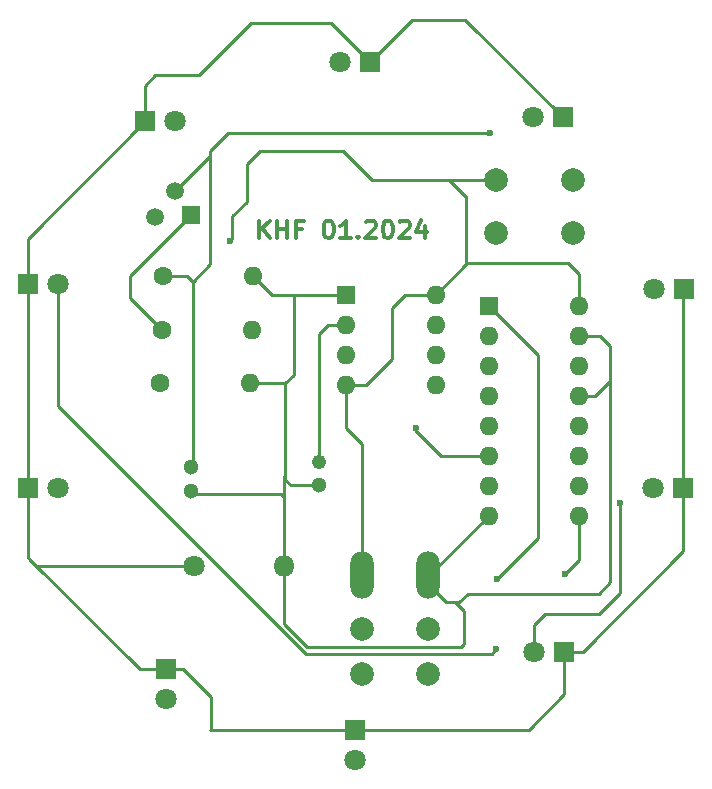
<source format=gbr>
%TF.GenerationSoftware,KiCad,Pcbnew,8.0.1*%
%TF.CreationDate,2024-04-02T10:16:43+02:00*%
%TF.ProjectId,GluecksraD,476c7565-636b-4737-9261-442e6b696361,rev?*%
%TF.SameCoordinates,Original*%
%TF.FileFunction,Copper,L1,Top*%
%TF.FilePolarity,Positive*%
%FSLAX46Y46*%
G04 Gerber Fmt 4.6, Leading zero omitted, Abs format (unit mm)*
G04 Created by KiCad (PCBNEW 8.0.1) date 2024-04-02 10:16:43*
%MOMM*%
%LPD*%
G01*
G04 APERTURE LIST*
%ADD10C,0.300000*%
%TA.AperFunction,NonConductor*%
%ADD11C,0.300000*%
%TD*%
%TA.AperFunction,ComponentPad*%
%ADD12C,1.230000*%
%TD*%
%TA.AperFunction,ComponentPad*%
%ADD13C,1.300000*%
%TD*%
%TA.AperFunction,ComponentPad*%
%ADD14C,1.600000*%
%TD*%
%TA.AperFunction,ComponentPad*%
%ADD15O,1.600000X1.600000*%
%TD*%
%TA.AperFunction,ComponentPad*%
%ADD16C,1.800000*%
%TD*%
%TA.AperFunction,ComponentPad*%
%ADD17O,1.800000X1.800000*%
%TD*%
%TA.AperFunction,ComponentPad*%
%ADD18O,2.000000X4.000000*%
%TD*%
%TA.AperFunction,ComponentPad*%
%ADD19R,1.600000X1.600000*%
%TD*%
%TA.AperFunction,ComponentPad*%
%ADD20C,2.000000*%
%TD*%
%TA.AperFunction,ComponentPad*%
%ADD21R,1.800000X1.800000*%
%TD*%
%TA.AperFunction,ComponentPad*%
%ADD22R,1.500000X1.500000*%
%TD*%
%TA.AperFunction,ComponentPad*%
%ADD23C,1.500000*%
%TD*%
%TA.AperFunction,ViaPad*%
%ADD24C,0.600000*%
%TD*%
%TA.AperFunction,Conductor*%
%ADD25C,0.250000*%
%TD*%
G04 APERTURE END LIST*
D10*
D11*
X64444510Y-61900828D02*
X64444510Y-60400828D01*
X65301653Y-61900828D02*
X64658796Y-61043685D01*
X65301653Y-60400828D02*
X64444510Y-61257971D01*
X65944510Y-61900828D02*
X65944510Y-60400828D01*
X65944510Y-61115114D02*
X66801653Y-61115114D01*
X66801653Y-61900828D02*
X66801653Y-60400828D01*
X68015939Y-61115114D02*
X67515939Y-61115114D01*
X67515939Y-61900828D02*
X67515939Y-60400828D01*
X67515939Y-60400828D02*
X68230225Y-60400828D01*
X70230225Y-60400828D02*
X70373082Y-60400828D01*
X70373082Y-60400828D02*
X70515939Y-60472257D01*
X70515939Y-60472257D02*
X70587368Y-60543685D01*
X70587368Y-60543685D02*
X70658796Y-60686542D01*
X70658796Y-60686542D02*
X70730225Y-60972257D01*
X70730225Y-60972257D02*
X70730225Y-61329400D01*
X70730225Y-61329400D02*
X70658796Y-61615114D01*
X70658796Y-61615114D02*
X70587368Y-61757971D01*
X70587368Y-61757971D02*
X70515939Y-61829400D01*
X70515939Y-61829400D02*
X70373082Y-61900828D01*
X70373082Y-61900828D02*
X70230225Y-61900828D01*
X70230225Y-61900828D02*
X70087368Y-61829400D01*
X70087368Y-61829400D02*
X70015939Y-61757971D01*
X70015939Y-61757971D02*
X69944510Y-61615114D01*
X69944510Y-61615114D02*
X69873082Y-61329400D01*
X69873082Y-61329400D02*
X69873082Y-60972257D01*
X69873082Y-60972257D02*
X69944510Y-60686542D01*
X69944510Y-60686542D02*
X70015939Y-60543685D01*
X70015939Y-60543685D02*
X70087368Y-60472257D01*
X70087368Y-60472257D02*
X70230225Y-60400828D01*
X72158796Y-61900828D02*
X71301653Y-61900828D01*
X71730224Y-61900828D02*
X71730224Y-60400828D01*
X71730224Y-60400828D02*
X71587367Y-60615114D01*
X71587367Y-60615114D02*
X71444510Y-60757971D01*
X71444510Y-60757971D02*
X71301653Y-60829400D01*
X72801652Y-61757971D02*
X72873081Y-61829400D01*
X72873081Y-61829400D02*
X72801652Y-61900828D01*
X72801652Y-61900828D02*
X72730224Y-61829400D01*
X72730224Y-61829400D02*
X72801652Y-61757971D01*
X72801652Y-61757971D02*
X72801652Y-61900828D01*
X73444510Y-60543685D02*
X73515938Y-60472257D01*
X73515938Y-60472257D02*
X73658796Y-60400828D01*
X73658796Y-60400828D02*
X74015938Y-60400828D01*
X74015938Y-60400828D02*
X74158796Y-60472257D01*
X74158796Y-60472257D02*
X74230224Y-60543685D01*
X74230224Y-60543685D02*
X74301653Y-60686542D01*
X74301653Y-60686542D02*
X74301653Y-60829400D01*
X74301653Y-60829400D02*
X74230224Y-61043685D01*
X74230224Y-61043685D02*
X73373081Y-61900828D01*
X73373081Y-61900828D02*
X74301653Y-61900828D01*
X75230224Y-60400828D02*
X75373081Y-60400828D01*
X75373081Y-60400828D02*
X75515938Y-60472257D01*
X75515938Y-60472257D02*
X75587367Y-60543685D01*
X75587367Y-60543685D02*
X75658795Y-60686542D01*
X75658795Y-60686542D02*
X75730224Y-60972257D01*
X75730224Y-60972257D02*
X75730224Y-61329400D01*
X75730224Y-61329400D02*
X75658795Y-61615114D01*
X75658795Y-61615114D02*
X75587367Y-61757971D01*
X75587367Y-61757971D02*
X75515938Y-61829400D01*
X75515938Y-61829400D02*
X75373081Y-61900828D01*
X75373081Y-61900828D02*
X75230224Y-61900828D01*
X75230224Y-61900828D02*
X75087367Y-61829400D01*
X75087367Y-61829400D02*
X75015938Y-61757971D01*
X75015938Y-61757971D02*
X74944509Y-61615114D01*
X74944509Y-61615114D02*
X74873081Y-61329400D01*
X74873081Y-61329400D02*
X74873081Y-60972257D01*
X74873081Y-60972257D02*
X74944509Y-60686542D01*
X74944509Y-60686542D02*
X75015938Y-60543685D01*
X75015938Y-60543685D02*
X75087367Y-60472257D01*
X75087367Y-60472257D02*
X75230224Y-60400828D01*
X76301652Y-60543685D02*
X76373080Y-60472257D01*
X76373080Y-60472257D02*
X76515938Y-60400828D01*
X76515938Y-60400828D02*
X76873080Y-60400828D01*
X76873080Y-60400828D02*
X77015938Y-60472257D01*
X77015938Y-60472257D02*
X77087366Y-60543685D01*
X77087366Y-60543685D02*
X77158795Y-60686542D01*
X77158795Y-60686542D02*
X77158795Y-60829400D01*
X77158795Y-60829400D02*
X77087366Y-61043685D01*
X77087366Y-61043685D02*
X76230223Y-61900828D01*
X76230223Y-61900828D02*
X77158795Y-61900828D01*
X78444509Y-60900828D02*
X78444509Y-61900828D01*
X78087366Y-60329400D02*
X77730223Y-61400828D01*
X77730223Y-61400828D02*
X78658794Y-61400828D01*
D12*
%TO.P,C1,1*%
%TO.N,Net-(C1-Pad1)*%
X69470000Y-80830000D03*
D13*
%TO.P,C1,2*%
%TO.N,Net-(C1-Pad2)*%
X69470000Y-82830000D03*
%TD*%
D14*
%TO.P,R2,1*%
%TO.N,Net-(Q1-Pad1)*%
X56160000Y-69640000D03*
D15*
%TO.P,R2,2*%
%TO.N,Net-(C1-Pad1)*%
X63780000Y-69640000D03*
%TD*%
D14*
%TO.P,R3,1*%
%TO.N,Net-(C1-Pad1)*%
X56050000Y-74190000D03*
D15*
%TO.P,R3,2*%
%TO.N,Net-(C1-Pad2)*%
X63670000Y-74190000D03*
%TD*%
D16*
%TO.P,R4,1*%
%TO.N,Net-(D10-Pad1)*%
X58890000Y-89650000D03*
D17*
%TO.P,R4,2*%
%TO.N,Net-(C1-Pad2)*%
X66510000Y-89650000D03*
%TD*%
D18*
%TO.P,+9V,1*%
%TO.N,Net-(Q1-Pad3)*%
X73120000Y-90424000D03*
%TD*%
D19*
%TO.P,U2,1*%
%TO.N,Net-(C1-Pad2)*%
X71740000Y-66690000D03*
D15*
%TO.P,U2,2*%
%TO.N,Net-(C1-Pad1)*%
X71740000Y-69230000D03*
%TO.P,U2,3*%
%TO.N,Net-(U2-Pad3)*%
X71740000Y-71770000D03*
%TO.P,U2,4*%
%TO.N,Net-(Q1-Pad3)*%
X71740000Y-74310000D03*
%TO.P,U2,5*%
%TO.N,Net-(U2-Pad5)*%
X79360000Y-74310000D03*
%TO.P,U2,6*%
%TO.N,Net-(C1-Pad1)*%
X79360000Y-71770000D03*
%TO.P,U2,7*%
X79360000Y-69230000D03*
%TO.P,U2,8*%
%TO.N,Net-(Q1-Pad3)*%
X79360000Y-66690000D03*
%TD*%
D19*
%TO.P,U3,1*%
%TO.N,Net-(D6-Pad2)*%
X83845001Y-67615001D03*
D15*
%TO.P,U3,2*%
%TO.N,Net-(D2-Pad2)*%
X83845001Y-70155001D03*
%TO.P,U3,3*%
%TO.N,Net-(D1-Pad2)*%
X83845001Y-72695001D03*
%TO.P,U3,4*%
%TO.N,Net-(D3-Pad2)*%
X83845001Y-75235001D03*
%TO.P,U3,5*%
%TO.N,Net-(D7-Pad2)*%
X83845001Y-77775001D03*
%TO.P,U3,6*%
%TO.N,Net-(D8-Pad2)*%
X83845001Y-80315001D03*
%TO.P,U3,7*%
%TO.N,Net-(D4-Pad2)*%
X83845001Y-82855001D03*
%TO.P,U3,8*%
%TO.N,Net-(C1-Pad2)*%
X83845001Y-85395001D03*
%TO.P,U3,9*%
%TO.N,Net-(D9-Pad2)*%
X91465001Y-85395001D03*
%TO.P,U3,10*%
%TO.N,Net-(D5-Pad2)*%
X91465001Y-82855001D03*
%TO.P,U3,11*%
%TO.N,Net-(D10-Pad2)*%
X91465001Y-80315001D03*
%TO.P,U3,12*%
%TO.N,Net-(U3-Pad12)*%
X91465001Y-77775001D03*
%TO.P,U3,13*%
%TO.N,Net-(C1-Pad2)*%
X91465001Y-75235001D03*
%TO.P,U3,14*%
%TO.N,Net-(U2-Pad3)*%
X91465001Y-72695001D03*
%TO.P,U3,15*%
%TO.N,Net-(C1-Pad2)*%
X91465001Y-70155001D03*
%TO.P,U3,16*%
%TO.N,Net-(Q1-Pad3)*%
X91465001Y-67615001D03*
%TD*%
D18*
%TO.P,0V,1*%
%TO.N,Net-(C1-Pad2)*%
X78740000Y-90424000D03*
%TD*%
D20*
%TO.P,S1,1*%
%TO.N,Net-(Q1-Pad3)*%
X84500000Y-57000000D03*
%TO.N,N/C*%
X91000000Y-57000000D03*
%TO.P,S1,2*%
%TO.N,Net-(C2-Pad1)*%
X84500000Y-61500000D03*
%TO.N,N/C*%
X91000000Y-61500000D03*
%TD*%
D13*
%TO.P,C2,1*%
%TO.N,Net-(C2-Pad1)*%
X58674000Y-81280000D03*
%TO.P,C2,2*%
%TO.N,Net-(C1-Pad2)*%
X58674000Y-83280000D03*
%TD*%
D20*
%TO.P,LP,1*%
%TO.N,N/C*%
X73152000Y-98806000D03*
%TD*%
%TO.P,LP,1*%
%TO.N,N/C*%
X78740000Y-98806000D03*
%TD*%
%TO.P,LP,1*%
%TO.N,N/C*%
X78740000Y-94996000D03*
%TD*%
D14*
%TO.P,R1,1*%
%TO.N,Net-(C2-Pad1)*%
X56280000Y-65090000D03*
D15*
%TO.P,R1,2*%
%TO.N,Net-(C1-Pad2)*%
X63900000Y-65090000D03*
%TD*%
D20*
%TO.P,LP,1*%
%TO.N,N/C*%
X73152000Y-94996000D03*
%TD*%
D21*
%TO.P,1,1*%
%TO.N,Net-(D10-Pad1)*%
X73830000Y-46940000D03*
D16*
%TO.P,1,2*%
%TO.N,Net-(D1-Pad2)*%
X71290000Y-46940000D03*
%TD*%
D21*
%TO.P,2,1*%
%TO.N,Net-(D10-Pad1)*%
X90110000Y-51670000D03*
D16*
%TO.P,2,2*%
%TO.N,Net-(D2-Pad2)*%
X87570000Y-51670000D03*
%TD*%
D21*
%TO.P,3,1*%
%TO.N,Net-(D10-Pad1)*%
X100410000Y-66210000D03*
D16*
%TO.P,3,2*%
%TO.N,Net-(D3-Pad2)*%
X97870000Y-66210000D03*
%TD*%
D21*
%TO.P,4,1*%
%TO.N,Net-(D10-Pad1)*%
X100320000Y-83050000D03*
D16*
%TO.P,4,2*%
%TO.N,Net-(D4-Pad2)*%
X97780000Y-83050000D03*
%TD*%
D21*
%TO.P,5,1*%
%TO.N,Net-(D10-Pad1)*%
X90260000Y-96920000D03*
D16*
%TO.P,5,2*%
%TO.N,Net-(D5-Pad2)*%
X87720000Y-96920000D03*
%TD*%
D21*
%TO.P,6,1*%
%TO.N,Net-(D10-Pad1)*%
X72490000Y-103500000D03*
D16*
%TO.P,6,2*%
%TO.N,Net-(D6-Pad2)*%
X72490000Y-106040000D03*
%TD*%
D21*
%TO.P,7,1*%
%TO.N,Net-(D10-Pad1)*%
X56570000Y-98410000D03*
D16*
%TO.P,7,2*%
%TO.N,Net-(D7-Pad2)*%
X56570000Y-100950000D03*
%TD*%
D21*
%TO.P,8,1*%
%TO.N,Net-(D10-Pad1)*%
X44810000Y-83090000D03*
D16*
%TO.P,8,2*%
%TO.N,Net-(D8-Pad2)*%
X47350000Y-83090000D03*
%TD*%
D21*
%TO.P,9,1*%
%TO.N,Net-(D10-Pad1)*%
X44810000Y-65800000D03*
D16*
%TO.P,9,2*%
%TO.N,Net-(D9-Pad2)*%
X47350000Y-65800000D03*
%TD*%
D21*
%TO.P,10,1*%
%TO.N,Net-(D10-Pad1)*%
X54760000Y-51990000D03*
D16*
%TO.P,10,2*%
%TO.N,Net-(D10-Pad2)*%
X57300000Y-51990000D03*
%TD*%
D22*
%TO.P,REF\u002A\u002A,1*%
%TO.N,Net-(Q1-Pad1)*%
X58677000Y-59961000D03*
D23*
%TO.P,REF\u002A\u002A,2*%
%TO.N,Net-(C2-Pad1)*%
X57280000Y-57929000D03*
%TO.P,REF\u002A\u002A,3*%
%TO.N,Net-(Q1-Pad3)*%
X55629000Y-60088000D03*
%TD*%
D24*
%TO.N,Net-(C2-Pad1)*%
X84000000Y-53000000D03*
%TO.N,Net-(D5-Pad2)*%
X94996000Y-84328000D03*
%TO.N,Net-(D6-Pad2)*%
X84550000Y-90750000D03*
%TO.N,Net-(D8-Pad2)*%
X77700000Y-77980000D03*
%TO.N,Net-(D9-Pad2)*%
X90310000Y-90320000D03*
X84500000Y-96720000D03*
%TO.N,Net-(Q1-Pad3)*%
X61970000Y-62100000D03*
%TD*%
D25*
%TO.N,Net-(C1-Pad1)*%
X69470000Y-69990000D02*
X69470000Y-80830000D01*
X70230000Y-69230000D02*
X69470000Y-69990000D01*
X71740000Y-69230000D02*
X70230000Y-69230000D01*
%TO.N,Net-(C1-Pad2)*%
X66510000Y-94600000D02*
X66510000Y-89650000D01*
X66510000Y-94600000D02*
X68430000Y-96520000D01*
X66510000Y-89650000D02*
X66510000Y-83780000D01*
X71740000Y-66690000D02*
X67340000Y-66690000D01*
X66510000Y-82080000D02*
X66630000Y-81960000D01*
X76708000Y-96520000D02*
X68430000Y-96520000D01*
X94120000Y-71040000D02*
X94120000Y-74000000D01*
X76708000Y-96520000D02*
X81534000Y-96520000D01*
X78740000Y-90500002D02*
X83845001Y-85395001D01*
X81534000Y-96520000D02*
X81788000Y-96266000D01*
X76962000Y-96520000D02*
X76708000Y-96520000D01*
X66510000Y-83780000D02*
X66510000Y-82080000D01*
X66290000Y-83560000D02*
X66510000Y-83780000D01*
X66630000Y-81960000D02*
X66630000Y-82380000D01*
X81026000Y-92710000D02*
X80772000Y-92710000D01*
X66630000Y-74190000D02*
X67340000Y-73480000D01*
X81364000Y-92710000D02*
X80772000Y-92710000D01*
X81788000Y-96266000D02*
X81788000Y-93472000D01*
X78740000Y-91186000D02*
X78740000Y-90424000D01*
X93150000Y-91990000D02*
X82084000Y-91990000D01*
X82084000Y-91990000D02*
X81364000Y-92710000D01*
X67340000Y-73480000D02*
X67340000Y-66690000D01*
X93235001Y-70155001D02*
X94120000Y-71040000D01*
X92884999Y-75235001D02*
X91465001Y-75235001D01*
X58954000Y-83560000D02*
X58674000Y-83280000D01*
X91465001Y-70155001D02*
X93235001Y-70155001D01*
X67340000Y-66690000D02*
X65500000Y-66690000D01*
X66630000Y-82380000D02*
X67080000Y-82830000D01*
X80772000Y-92710000D02*
X80264000Y-92710000D01*
X94120000Y-74000000D02*
X94120000Y-91020000D01*
X94120000Y-91020000D02*
X93150000Y-91990000D01*
X66290000Y-83560000D02*
X58954000Y-83560000D01*
X66630000Y-74190000D02*
X66630000Y-81960000D01*
X94120000Y-74000000D02*
X92884999Y-75235001D01*
X81788000Y-93472000D02*
X81026000Y-92710000D01*
X65500000Y-66690000D02*
X63900000Y-65090000D01*
X63670000Y-74190000D02*
X66630000Y-74190000D01*
X67080000Y-82830000D02*
X69470000Y-82830000D01*
X80264000Y-92710000D02*
X78740000Y-91186000D01*
%TO.N,Net-(C2-Pad1)*%
X58270000Y-65090000D02*
X58780000Y-65600000D01*
X58780000Y-81174000D02*
X58674000Y-81280000D01*
X56280000Y-65090000D02*
X58270000Y-65090000D01*
X61750000Y-53000000D02*
X60260000Y-54490000D01*
X60260000Y-54949000D02*
X60260000Y-54490000D01*
X60260000Y-64120000D02*
X58780000Y-65600000D01*
X58780000Y-65600000D02*
X58780000Y-81174000D01*
X57280000Y-57929000D02*
X60260000Y-54949000D01*
X60260000Y-54490000D02*
X60260000Y-64120000D01*
X84000000Y-53000000D02*
X61750000Y-53000000D01*
%TO.N,Net-(D10-Pad1)*%
X100320000Y-83050000D02*
X100320000Y-66300000D01*
X90260000Y-100480000D02*
X87240000Y-103500000D01*
X57950000Y-98410000D02*
X60310000Y-100770000D01*
X58890000Y-89650000D02*
X45530000Y-89650000D01*
X54760000Y-48970000D02*
X54760000Y-51990000D01*
X54290000Y-98410000D02*
X56570000Y-98410000D01*
X45530000Y-89650000D02*
X44925000Y-89045000D01*
X90260000Y-96920000D02*
X90260000Y-100480000D01*
X60310000Y-100770000D02*
X60310000Y-103500000D01*
X44810000Y-88930000D02*
X44810000Y-83090000D01*
X54290000Y-98410000D02*
X44925000Y-89045000D01*
X73830000Y-46940000D02*
X70530000Y-43640000D01*
X59300000Y-48100000D02*
X55630000Y-48100000D01*
X100320000Y-66300000D02*
X100410000Y-66210000D01*
X56570000Y-98410000D02*
X57950000Y-98410000D01*
X44925000Y-89045000D02*
X44810000Y-88930000D01*
X70530000Y-43640000D02*
X63760000Y-43640000D01*
X90260000Y-96920000D02*
X91820000Y-96920000D01*
X81830000Y-43390000D02*
X77380000Y-43390000D01*
X77380000Y-43390000D02*
X73830000Y-46940000D01*
X55630000Y-48100000D02*
X54760000Y-48970000D01*
X100320000Y-88420000D02*
X100320000Y-83050000D01*
X44810000Y-61940000D02*
X54760000Y-51990000D01*
X44810000Y-65800000D02*
X44810000Y-83090000D01*
X63760000Y-43640000D02*
X59300000Y-48100000D01*
X60310000Y-103500000D02*
X60290000Y-103500000D01*
X44810000Y-65800000D02*
X44810000Y-61940000D01*
X72490000Y-103500000D02*
X60310000Y-103500000D01*
X91820000Y-96920000D02*
X100320000Y-88420000D01*
X87240000Y-103500000D02*
X72490000Y-103500000D01*
X90110000Y-51670000D02*
X81830000Y-43390000D01*
%TO.N,Net-(D5-Pad2)*%
X87720000Y-96920000D02*
X87720000Y-94652000D01*
X93218000Y-93726000D02*
X94996000Y-91948000D01*
X87720000Y-94652000D02*
X88646000Y-93726000D01*
X88646000Y-93726000D02*
X93218000Y-93726000D01*
X94996000Y-91948000D02*
X94996000Y-84328000D01*
%TO.N,Net-(D6-Pad2)*%
X88020000Y-87280000D02*
X84550000Y-90750000D01*
X83845001Y-67615001D02*
X88020000Y-71790000D01*
X88020000Y-71790000D02*
X88020000Y-87280000D01*
%TO.N,Net-(D8-Pad2)*%
X77630000Y-78120000D02*
X77630000Y-78050000D01*
X79825001Y-80315001D02*
X77630000Y-78120000D01*
X83845001Y-80315001D02*
X79825001Y-80315001D01*
X77630000Y-78050000D02*
X77700000Y-77980000D01*
%TO.N,Net-(D9-Pad2)*%
X84149990Y-97070010D02*
X84500000Y-96720000D01*
X90310000Y-90320000D02*
X91465001Y-89164999D01*
X47350000Y-75870000D02*
X47350000Y-76076410D01*
X47350000Y-76076410D02*
X68343600Y-97070010D01*
X68343600Y-97070010D02*
X84149990Y-97070010D01*
X91465001Y-89164999D02*
X91465001Y-85395001D01*
X47350000Y-65800000D02*
X47350000Y-75870000D01*
%TO.N,Net-(Q1-Pad1)*%
X53500000Y-65138000D02*
X53500000Y-66980000D01*
X53500000Y-66980000D02*
X56160000Y-69640000D01*
X58677000Y-59961000D02*
X53500000Y-65138000D01*
%TO.N,Net-(Q1-Pad3)*%
X82060000Y-63990000D02*
X90540000Y-63990000D01*
X80000000Y-57000000D02*
X74000000Y-57000000D01*
X75650000Y-67830000D02*
X76790000Y-66690000D01*
X81940000Y-58320000D02*
X81940000Y-58440000D01*
X71740000Y-74310000D02*
X73480000Y-74310000D01*
X81940000Y-64110000D02*
X82060000Y-63990000D01*
X81940000Y-58440000D02*
X81940000Y-58560000D01*
X84500000Y-57000000D02*
X80000000Y-57000000D01*
X63360000Y-55640000D02*
X63360000Y-58810000D01*
X64500000Y-54500000D02*
X63360000Y-55640000D01*
X71500000Y-54500000D02*
X64500000Y-54500000D01*
X73120000Y-79320000D02*
X71740000Y-77940000D01*
X73120000Y-90424000D02*
X73120000Y-79320000D01*
X73480000Y-74310000D02*
X75650000Y-72140000D01*
X63360000Y-58810000D02*
X62150000Y-60020000D01*
X81940000Y-58560000D02*
X81940000Y-64110000D01*
X76790000Y-66690000D02*
X79360000Y-66690000D01*
X62150000Y-61920000D02*
X61970000Y-62100000D01*
X80500000Y-57000000D02*
X81940000Y-58440000D01*
X91465001Y-64915001D02*
X91465001Y-67615001D01*
X74000000Y-57000000D02*
X71500000Y-54500000D01*
X79360000Y-66690000D02*
X81940000Y-64110000D01*
X75650000Y-72140000D02*
X75650000Y-67830000D01*
X71740000Y-77940000D02*
X71740000Y-74310000D01*
X62150000Y-60020000D02*
X62150000Y-61920000D01*
X80000000Y-57000000D02*
X80500000Y-57000000D01*
X90540000Y-63990000D02*
X91465001Y-64915001D01*
%TD*%
M02*

</source>
